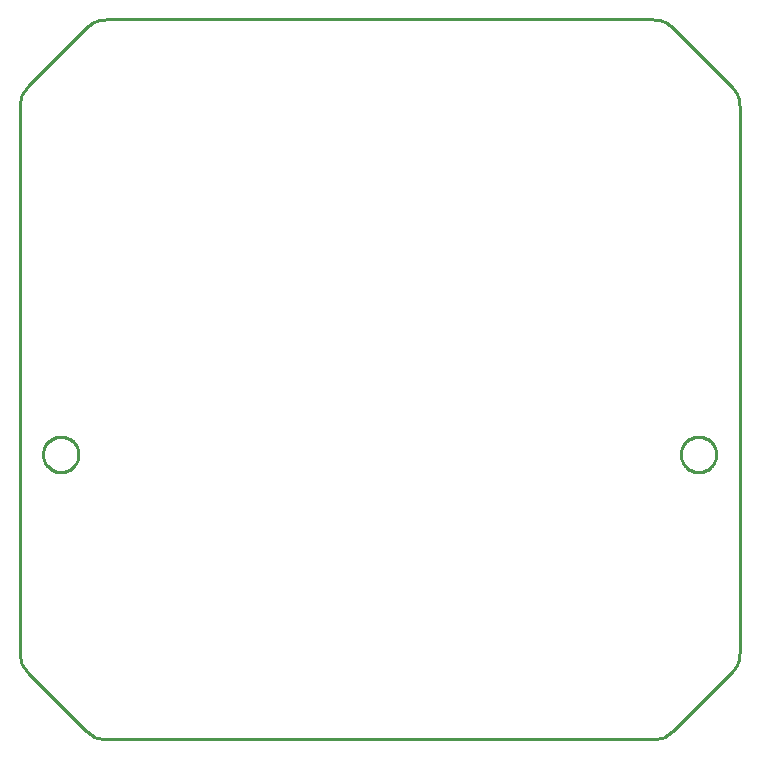
<source format=gbr>
G04 EAGLE Gerber RS-274X export*
G75*
%MOMM*%
%FSLAX34Y34*%
%LPD*%
%IN*%
%IPPOS*%
%AMOC8*
5,1,8,0,0,1.08239X$1,22.5*%
G01*
%ADD10C,0.254000*%


D10*
X0Y74021D02*
X97Y71808D01*
X386Y69611D01*
X865Y67448D01*
X1532Y65334D01*
X2380Y63287D01*
X3403Y61322D01*
X4593Y59453D01*
X5942Y57695D01*
X7439Y56061D01*
X56061Y7439D01*
X57694Y5942D01*
X59452Y4594D01*
X61321Y3403D01*
X63287Y2380D01*
X65334Y1532D01*
X67447Y865D01*
X69610Y386D01*
X71807Y97D01*
X74021Y0D01*
X535579Y0D01*
X537792Y97D01*
X539989Y386D01*
X542152Y865D01*
X544266Y1532D01*
X546313Y2380D01*
X548278Y3403D01*
X550147Y4593D01*
X551905Y5942D01*
X553539Y7439D01*
X602161Y56061D01*
X603658Y57694D01*
X605006Y59452D01*
X606197Y61321D01*
X607220Y63287D01*
X608068Y65334D01*
X608735Y67447D01*
X609214Y69610D01*
X609503Y71807D01*
X609600Y74021D01*
X609600Y535579D01*
X609503Y537792D01*
X609214Y539989D01*
X608735Y542152D01*
X608068Y544266D01*
X607221Y546313D01*
X606197Y548278D01*
X605007Y550147D01*
X603658Y551905D01*
X602161Y553539D01*
X553539Y602161D01*
X551906Y603658D01*
X550148Y605006D01*
X548279Y606197D01*
X546314Y607220D01*
X544266Y608068D01*
X542153Y608735D01*
X539990Y609214D01*
X537793Y609503D01*
X535579Y609600D01*
X74021Y609600D01*
X71808Y609503D01*
X69611Y609214D01*
X67448Y608735D01*
X65334Y608068D01*
X63287Y607221D01*
X61322Y606197D01*
X59453Y605007D01*
X57695Y603658D01*
X56061Y602161D01*
X7439Y553539D01*
X5942Y551906D01*
X4594Y550148D01*
X3403Y548279D01*
X2380Y546314D01*
X1532Y544266D01*
X866Y542153D01*
X386Y539990D01*
X97Y537793D01*
X0Y535579D01*
X0Y74021D01*
X49798Y240764D02*
X49722Y239696D01*
X49569Y238635D01*
X49341Y237588D01*
X49039Y236560D01*
X48665Y235556D01*
X48220Y234581D01*
X47706Y233641D01*
X47127Y232740D01*
X46485Y231882D01*
X45783Y231072D01*
X45026Y230315D01*
X44216Y229613D01*
X43358Y228971D01*
X42457Y228392D01*
X41517Y227878D01*
X40542Y227433D01*
X39538Y227059D01*
X38510Y226757D01*
X37463Y226529D01*
X36402Y226376D01*
X35334Y226300D01*
X34262Y226300D01*
X33194Y226376D01*
X32133Y226529D01*
X31086Y226757D01*
X30058Y227059D01*
X29054Y227433D01*
X28079Y227878D01*
X27139Y228392D01*
X26238Y228971D01*
X25380Y229613D01*
X24570Y230315D01*
X23813Y231072D01*
X23111Y231882D01*
X22469Y232740D01*
X21890Y233641D01*
X21376Y234581D01*
X20931Y235556D01*
X20557Y236560D01*
X20255Y237588D01*
X20027Y238635D01*
X19874Y239696D01*
X19798Y240764D01*
X19798Y241836D01*
X19874Y242904D01*
X20027Y243965D01*
X20255Y245012D01*
X20557Y246040D01*
X20931Y247044D01*
X21376Y248019D01*
X21890Y248959D01*
X22469Y249860D01*
X23111Y250718D01*
X23813Y251528D01*
X24570Y252285D01*
X25380Y252987D01*
X26238Y253629D01*
X27139Y254208D01*
X28079Y254722D01*
X29054Y255167D01*
X30058Y255541D01*
X31086Y255843D01*
X32133Y256071D01*
X33194Y256224D01*
X34262Y256300D01*
X35334Y256300D01*
X36402Y256224D01*
X37463Y256071D01*
X38510Y255843D01*
X39538Y255541D01*
X40542Y255167D01*
X41517Y254722D01*
X42457Y254208D01*
X43358Y253629D01*
X44216Y252987D01*
X45026Y252285D01*
X45783Y251528D01*
X46485Y250718D01*
X47127Y249860D01*
X47706Y248959D01*
X48220Y248019D01*
X48665Y247044D01*
X49039Y246040D01*
X49341Y245012D01*
X49569Y243965D01*
X49722Y242904D01*
X49798Y241836D01*
X49798Y240764D01*
X589802Y240764D02*
X589726Y239696D01*
X589573Y238635D01*
X589345Y237588D01*
X589043Y236560D01*
X588669Y235556D01*
X588224Y234581D01*
X587710Y233641D01*
X587131Y232740D01*
X586489Y231882D01*
X585787Y231072D01*
X585030Y230315D01*
X584220Y229613D01*
X583362Y228971D01*
X582461Y228392D01*
X581521Y227878D01*
X580546Y227433D01*
X579542Y227059D01*
X578514Y226757D01*
X577467Y226529D01*
X576406Y226376D01*
X575338Y226300D01*
X574266Y226300D01*
X573198Y226376D01*
X572137Y226529D01*
X571090Y226757D01*
X570062Y227059D01*
X569058Y227433D01*
X568083Y227878D01*
X567143Y228392D01*
X566242Y228971D01*
X565384Y229613D01*
X564574Y230315D01*
X563817Y231072D01*
X563115Y231882D01*
X562473Y232740D01*
X561894Y233641D01*
X561380Y234581D01*
X560935Y235556D01*
X560561Y236560D01*
X560259Y237588D01*
X560031Y238635D01*
X559878Y239696D01*
X559802Y240764D01*
X559802Y241836D01*
X559878Y242904D01*
X560031Y243965D01*
X560259Y245012D01*
X560561Y246040D01*
X560935Y247044D01*
X561380Y248019D01*
X561894Y248959D01*
X562473Y249860D01*
X563115Y250718D01*
X563817Y251528D01*
X564574Y252285D01*
X565384Y252987D01*
X566242Y253629D01*
X567143Y254208D01*
X568083Y254722D01*
X569058Y255167D01*
X570062Y255541D01*
X571090Y255843D01*
X572137Y256071D01*
X573198Y256224D01*
X574266Y256300D01*
X575338Y256300D01*
X576406Y256224D01*
X577467Y256071D01*
X578514Y255843D01*
X579542Y255541D01*
X580546Y255167D01*
X581521Y254722D01*
X582461Y254208D01*
X583362Y253629D01*
X584220Y252987D01*
X585030Y252285D01*
X585787Y251528D01*
X586489Y250718D01*
X587131Y249860D01*
X587710Y248959D01*
X588224Y248019D01*
X588669Y247044D01*
X589043Y246040D01*
X589345Y245012D01*
X589573Y243965D01*
X589726Y242904D01*
X589802Y241836D01*
X589802Y240764D01*
M02*

</source>
